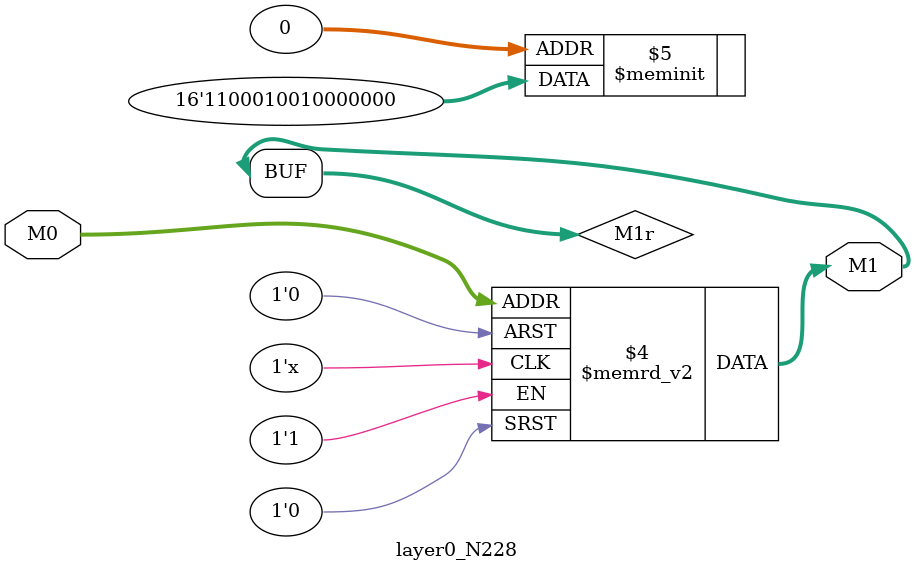
<source format=v>
module layer0_N228 ( input [2:0] M0, output [1:0] M1 );

	(*rom_style = "distributed" *) reg [1:0] M1r;
	assign M1 = M1r;
	always @ (M0) begin
		case (M0)
			3'b000: M1r = 2'b00;
			3'b100: M1r = 2'b00;
			3'b010: M1r = 2'b00;
			3'b110: M1r = 2'b00;
			3'b001: M1r = 2'b00;
			3'b101: M1r = 2'b01;
			3'b011: M1r = 2'b10;
			3'b111: M1r = 2'b11;

		endcase
	end
endmodule

</source>
